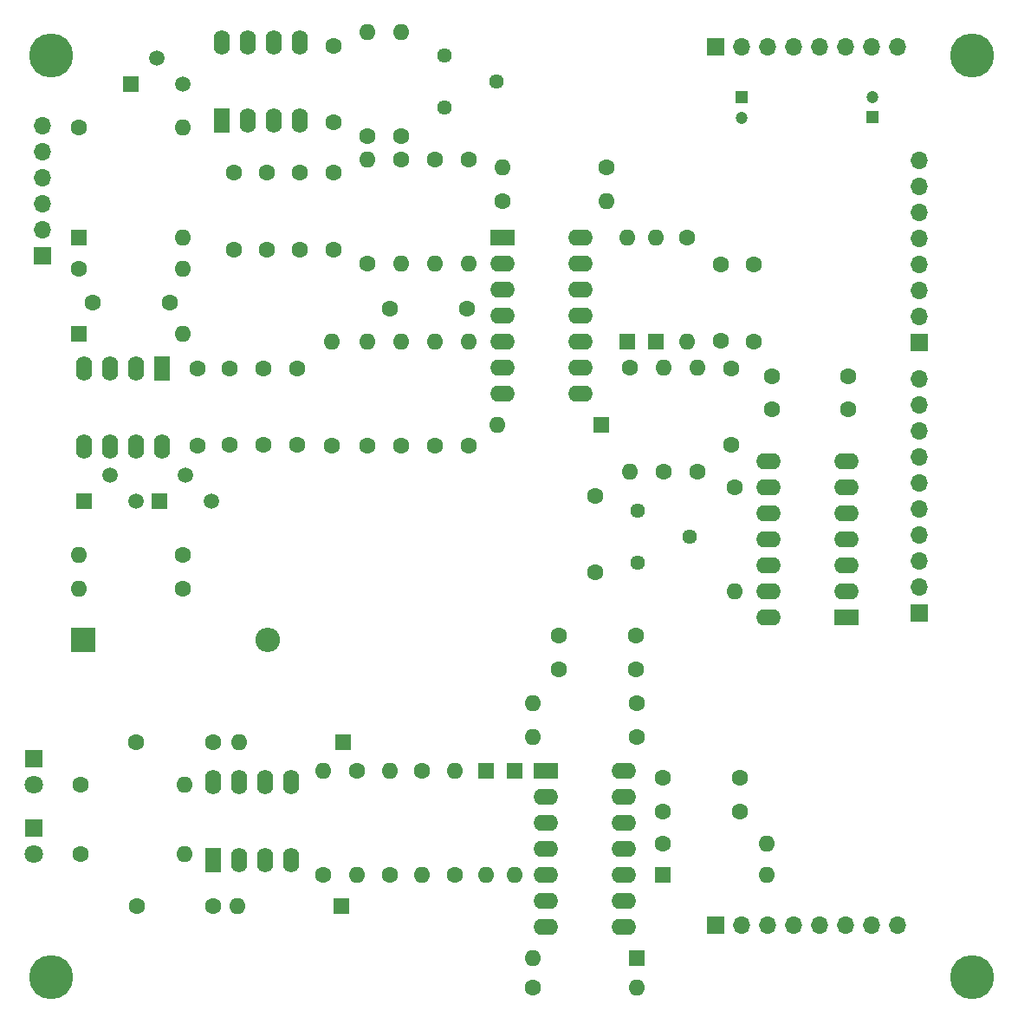
<source format=gbs>
%TF.GenerationSoftware,KiCad,Pcbnew,7.0.3*%
%TF.CreationDate,2023-06-01T17:59:28-04:00*%
%TF.ProjectId,MainModule,4d61696e-4d6f-4647-956c-652e6b696361,rev?*%
%TF.SameCoordinates,Original*%
%TF.FileFunction,Soldermask,Bot*%
%TF.FilePolarity,Negative*%
%FSLAX46Y46*%
G04 Gerber Fmt 4.6, Leading zero omitted, Abs format (unit mm)*
G04 Created by KiCad (PCBNEW 7.0.3) date 2023-06-01 17:59:28*
%MOMM*%
%LPD*%
G01*
G04 APERTURE LIST*
%ADD10C,1.600000*%
%ADD11O,1.600000X1.600000*%
%ADD12R,1.600000X1.600000*%
%ADD13C,4.300000*%
%ADD14R,1.600000X2.400000*%
%ADD15O,1.600000X2.400000*%
%ADD16R,1.700000X1.700000*%
%ADD17O,1.700000X1.700000*%
%ADD18R,2.400000X1.600000*%
%ADD19O,2.400000X1.600000*%
%ADD20R,1.500000X1.500000*%
%ADD21C,1.500000*%
%ADD22C,1.440000*%
%ADD23R,1.200000X1.200000*%
%ADD24C,1.200000*%
%ADD25R,1.800000X1.800000*%
%ADD26C,1.800000*%
%ADD27R,2.400000X2.400000*%
%ADD28O,2.400000X2.400000*%
G04 APERTURE END LIST*
D10*
X34925000Y-74803000D03*
D11*
X34925000Y-84963000D03*
D12*
X50292000Y-74803000D03*
D11*
X50292000Y-84963000D03*
D10*
X38100000Y-84963000D03*
D11*
X38100000Y-74803000D03*
D13*
X95000000Y-95000000D03*
D10*
X44500800Y-84963000D03*
D11*
X44500800Y-74803000D03*
D10*
X42535000Y-43055000D03*
D11*
X42535000Y-32895000D03*
D10*
X45837000Y-43055000D03*
D11*
X45837000Y-32895000D03*
D10*
X62230000Y-68199000D03*
D11*
X52070000Y-68199000D03*
D13*
X5000000Y-95000000D03*
D12*
X61331000Y-32895000D03*
D11*
X61331000Y-22735000D03*
D14*
X20838000Y-83556000D03*
D15*
X23378000Y-83556000D03*
X25918000Y-83556000D03*
X28458000Y-83556000D03*
X28458000Y-75936000D03*
X25918000Y-75936000D03*
X23378000Y-75936000D03*
X20838000Y-75936000D03*
D10*
X7874000Y-82931000D03*
D11*
X18034000Y-82931000D03*
D10*
X39233000Y-15115000D03*
D11*
X39233000Y-25275000D03*
D10*
X49139000Y-19179000D03*
D11*
X59299000Y-19179000D03*
D10*
X17924662Y-53764000D03*
D11*
X7764662Y-53764000D03*
D10*
X62170000Y-61595000D03*
X54670000Y-61595000D03*
D16*
X70000000Y-89900000D03*
D17*
X72540000Y-89900000D03*
X75080000Y-89900000D03*
X77620000Y-89900000D03*
X80160000Y-89900000D03*
X82700000Y-89900000D03*
X85240000Y-89900000D03*
X87780000Y-89900000D03*
D16*
X70000000Y-4110000D03*
D17*
X72540000Y-4110000D03*
X75080000Y-4110000D03*
X77620000Y-4110000D03*
X80160000Y-4110000D03*
X82700000Y-4110000D03*
X85240000Y-4110000D03*
X87780000Y-4110000D03*
D18*
X49149000Y-22730000D03*
D19*
X49149000Y-25270000D03*
X49149000Y-27810000D03*
X49149000Y-30350000D03*
X49149000Y-32890000D03*
X49149000Y-35430000D03*
X49149000Y-37970000D03*
X56769000Y-37970000D03*
X56769000Y-35430000D03*
X56769000Y-32890000D03*
X56769000Y-30350000D03*
X56769000Y-27810000D03*
X56769000Y-25270000D03*
X56769000Y-22730000D03*
D16*
X89900000Y-33000000D03*
D17*
X89900000Y-30460000D03*
X89900000Y-27920000D03*
X89900000Y-25380000D03*
X89900000Y-22840000D03*
X89900000Y-20300000D03*
X89900000Y-17760000D03*
X89900000Y-15220000D03*
D12*
X33528000Y-72009000D03*
D11*
X23368000Y-72009000D03*
D10*
X7750000Y-12000000D03*
D11*
X17910000Y-12000000D03*
D12*
X62230000Y-93091000D03*
D11*
X52070000Y-93091000D03*
D14*
X15882662Y-35486000D03*
D15*
X13342662Y-35486000D03*
X10802662Y-35486000D03*
X8262662Y-35486000D03*
X8262662Y-43106000D03*
X10802662Y-43106000D03*
X13342662Y-43106000D03*
X15882662Y-43106000D03*
D10*
X71491000Y-42995000D03*
X71491000Y-35495000D03*
D20*
X15638662Y-48438000D03*
D21*
X18178662Y-45898000D03*
X20718662Y-48438000D03*
D10*
X26100000Y-23900000D03*
X26100000Y-16400000D03*
X7764662Y-25824000D03*
D11*
X17924662Y-25824000D03*
D10*
X20850000Y-72000000D03*
X13350000Y-72000000D03*
X35931000Y-43055000D03*
D11*
X35931000Y-32895000D03*
D14*
X21717000Y-11295000D03*
D15*
X24257000Y-11295000D03*
X26797000Y-11295000D03*
X29337000Y-11295000D03*
X29337000Y-3675000D03*
X26797000Y-3675000D03*
X24257000Y-3675000D03*
X21717000Y-3675000D03*
D22*
X62324000Y-54478000D03*
X67404000Y-51938000D03*
X62324000Y-49398000D03*
D10*
X54670000Y-64897000D03*
X62170000Y-64897000D03*
X19300662Y-43050000D03*
X19300662Y-35550000D03*
D20*
X12824000Y-7792000D03*
D21*
X15364000Y-5252000D03*
X17904000Y-7792000D03*
D23*
X85250000Y-11000000D03*
D24*
X85250000Y-9000000D03*
D10*
X39233000Y-12829000D03*
D11*
X39233000Y-2669000D03*
D10*
X73700000Y-25400000D03*
X73700000Y-32900000D03*
X29098000Y-35500000D03*
X29098000Y-43000000D03*
X45660000Y-29718000D03*
X38160000Y-29718000D03*
D25*
X3302000Y-80391000D03*
D26*
X3302000Y-82931000D03*
D10*
X35931000Y-25275000D03*
D11*
X35931000Y-15115000D03*
D12*
X64834000Y-84963000D03*
D11*
X74994000Y-84963000D03*
D10*
X7874000Y-76200000D03*
D11*
X18034000Y-76200000D03*
D10*
X67173000Y-22735000D03*
D11*
X67173000Y-32895000D03*
D23*
X72500000Y-9027401D03*
D24*
X72500000Y-11027401D03*
D10*
X39233000Y-43055000D03*
D11*
X39233000Y-32895000D03*
D12*
X64125000Y-32895000D03*
D11*
X64125000Y-22735000D03*
D12*
X47498000Y-74803000D03*
D11*
X47498000Y-84963000D03*
D10*
X35931000Y-12829000D03*
D11*
X35931000Y-2669000D03*
D18*
X82749000Y-59817000D03*
D19*
X82749000Y-57277000D03*
X82749000Y-54737000D03*
X82749000Y-52197000D03*
X82749000Y-49657000D03*
X82749000Y-47117000D03*
X82749000Y-44577000D03*
X75129000Y-44577000D03*
X75129000Y-47117000D03*
X75129000Y-49657000D03*
X75129000Y-52197000D03*
X75129000Y-54737000D03*
X75129000Y-57277000D03*
X75129000Y-59817000D03*
D10*
X64830000Y-75500000D03*
X72330000Y-75500000D03*
X64887000Y-45595000D03*
D11*
X64887000Y-35435000D03*
D10*
X52070000Y-96012000D03*
D11*
X62230000Y-96012000D03*
D10*
X22900000Y-16400000D03*
X22900000Y-23900000D03*
D13*
X95000000Y-5000000D03*
D10*
X61585000Y-35435000D03*
D11*
X61585000Y-45595000D03*
D20*
X8272662Y-48438000D03*
D21*
X10812662Y-45898000D03*
X13352662Y-48438000D03*
D13*
X5000000Y-5000000D03*
D10*
X45837000Y-15115000D03*
D11*
X45837000Y-25275000D03*
D10*
X32500000Y-43080000D03*
D11*
X32500000Y-32920000D03*
D10*
X32629000Y-11499000D03*
X32629000Y-3999000D03*
X32629000Y-23885000D03*
X32629000Y-16385000D03*
D25*
X3302000Y-73660000D03*
D26*
X3302000Y-76200000D03*
D16*
X4160000Y-24500000D03*
D17*
X4160000Y-21960000D03*
X4160000Y-19420000D03*
X4160000Y-16880000D03*
X4160000Y-14340000D03*
X4160000Y-11800000D03*
D10*
X72330000Y-78750000D03*
X64830000Y-78750000D03*
D27*
X8162662Y-62034500D03*
D28*
X26162662Y-62034500D03*
D10*
X68189000Y-45595000D03*
D11*
X68189000Y-35435000D03*
D10*
X31623000Y-84963000D03*
D11*
X31623000Y-74803000D03*
D10*
X42535000Y-15115000D03*
D11*
X42535000Y-25275000D03*
D10*
X82950000Y-39500000D03*
X75450000Y-39500000D03*
X41275000Y-74803000D03*
D11*
X41275000Y-84963000D03*
D10*
X29327000Y-16385000D03*
X29327000Y-23885000D03*
X62230000Y-71501000D03*
D11*
X52070000Y-71501000D03*
D10*
X75450000Y-36250000D03*
X82950000Y-36250000D03*
X71837000Y-47112000D03*
D11*
X71837000Y-57272000D03*
D10*
X16594662Y-29126000D03*
X9094662Y-29126000D03*
D12*
X58791000Y-41023000D03*
D11*
X48631000Y-41023000D03*
D10*
X22500000Y-35500000D03*
X22500000Y-43000000D03*
D18*
X53350000Y-74798000D03*
D19*
X53350000Y-77338000D03*
X53350000Y-79878000D03*
X53350000Y-82418000D03*
X53350000Y-84958000D03*
X53350000Y-87498000D03*
X53350000Y-90038000D03*
X60970000Y-90038000D03*
X60970000Y-87498000D03*
X60970000Y-84958000D03*
X60970000Y-82418000D03*
X60970000Y-79878000D03*
X60970000Y-77338000D03*
X60970000Y-74798000D03*
D12*
X7764662Y-32174000D03*
D11*
X17924662Y-32174000D03*
D22*
X43436000Y-10035000D03*
X48516000Y-7495000D03*
X43436000Y-4955000D03*
D12*
X7764662Y-22776000D03*
D11*
X17924662Y-22776000D03*
D10*
X25750000Y-43000000D03*
X25750000Y-35500000D03*
X13400000Y-88000000D03*
X20900000Y-88000000D03*
X17924662Y-57066000D03*
D11*
X7764662Y-57066000D03*
D10*
X58238000Y-55439000D03*
X58238000Y-47939000D03*
X70475000Y-25335000D03*
X70475000Y-32835000D03*
D12*
X33401000Y-88011000D03*
D11*
X23241000Y-88011000D03*
D10*
X59299000Y-15877000D03*
D11*
X49139000Y-15877000D03*
D16*
X89900000Y-59436000D03*
D17*
X89900000Y-56896000D03*
X89900000Y-54356000D03*
X89900000Y-51816000D03*
X89900000Y-49276000D03*
X89900000Y-46736000D03*
X89900000Y-44196000D03*
X89900000Y-41656000D03*
X89900000Y-39116000D03*
X89900000Y-36576000D03*
D10*
X64834000Y-81915000D03*
D11*
X74994000Y-81915000D03*
M02*

</source>
